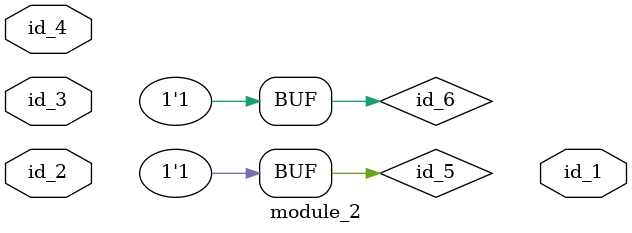
<source format=v>
module module_0 (
    id_1,
    id_2
);
  inout wire id_2;
  output wire id_1;
  module_2 modCall_1 (
      id_2,
      id_2,
      id_2,
      id_2
  );
endmodule
module module_1 (
    id_1,
    id_2
);
  input wire id_2;
  inout wire id_1;
  module_0 modCall_1 (
      id_1,
      id_1
  );
  assign id_1 = id_1 ? 1 : 1 == $display(id_1);
  assign id_1 = 1;
endmodule
module module_2 (
    id_1,
    id_2,
    id_3,
    id_4
);
  inout wire id_4;
  inout wire id_3;
  input wire id_2;
  output wire id_1;
  tri id_5 = 1;
  supply1 id_6;
  wire id_7;
  assign id_6 = 1;
  wire id_8;
endmodule

</source>
